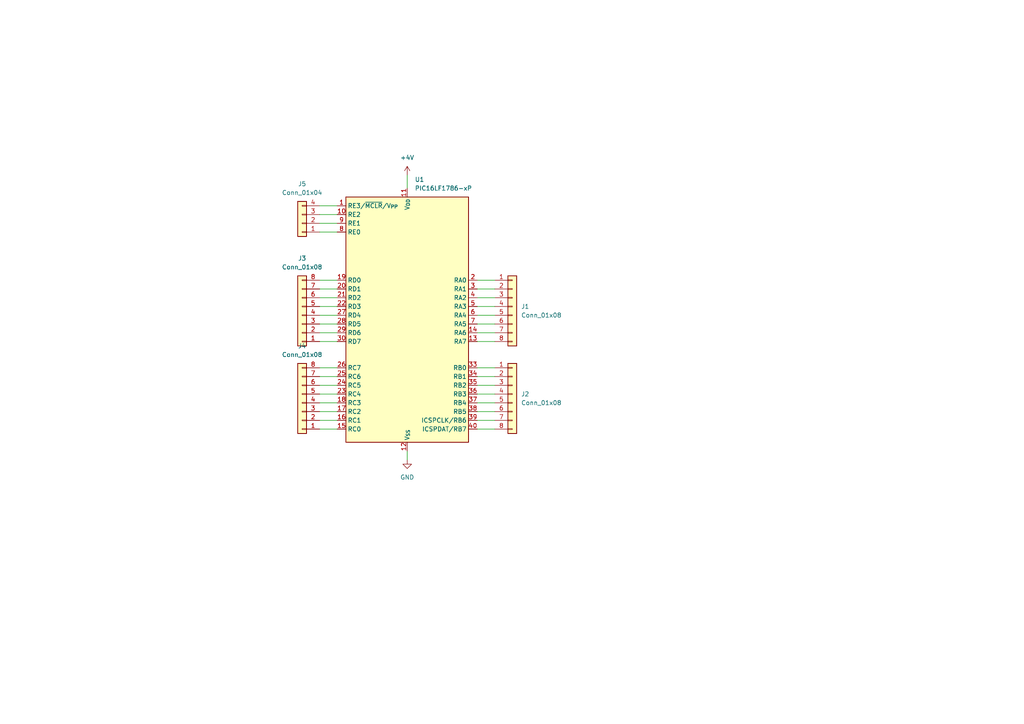
<source format=kicad_sch>
(kicad_sch (version 20230121) (generator eeschema)

  (uuid d3583dd7-d90c-4022-b870-312ed04a10ad)

  (paper "A4")

  (lib_symbols
    (symbol "Connector_Generic:Conn_01x04" (pin_names (offset 1.016) hide) (in_bom yes) (on_board yes)
      (property "Reference" "J" (at 0 5.08 0)
        (effects (font (size 1.27 1.27)))
      )
      (property "Value" "Conn_01x04" (at 0 -7.62 0)
        (effects (font (size 1.27 1.27)))
      )
      (property "Footprint" "" (at 0 0 0)
        (effects (font (size 1.27 1.27)) hide)
      )
      (property "Datasheet" "~" (at 0 0 0)
        (effects (font (size 1.27 1.27)) hide)
      )
      (property "ki_keywords" "connector" (at 0 0 0)
        (effects (font (size 1.27 1.27)) hide)
      )
      (property "ki_description" "Generic connector, single row, 01x04, script generated (kicad-library-utils/schlib/autogen/connector/)" (at 0 0 0)
        (effects (font (size 1.27 1.27)) hide)
      )
      (property "ki_fp_filters" "Connector*:*_1x??_*" (at 0 0 0)
        (effects (font (size 1.27 1.27)) hide)
      )
      (symbol "Conn_01x04_1_1"
        (rectangle (start -1.27 -4.953) (end 0 -5.207)
          (stroke (width 0.1524) (type default))
          (fill (type none))
        )
        (rectangle (start -1.27 -2.413) (end 0 -2.667)
          (stroke (width 0.1524) (type default))
          (fill (type none))
        )
        (rectangle (start -1.27 0.127) (end 0 -0.127)
          (stroke (width 0.1524) (type default))
          (fill (type none))
        )
        (rectangle (start -1.27 2.667) (end 0 2.413)
          (stroke (width 0.1524) (type default))
          (fill (type none))
        )
        (rectangle (start -1.27 3.81) (end 1.27 -6.35)
          (stroke (width 0.254) (type default))
          (fill (type background))
        )
        (pin passive line (at -5.08 2.54 0) (length 3.81)
          (name "Pin_1" (effects (font (size 1.27 1.27))))
          (number "1" (effects (font (size 1.27 1.27))))
        )
        (pin passive line (at -5.08 0 0) (length 3.81)
          (name "Pin_2" (effects (font (size 1.27 1.27))))
          (number "2" (effects (font (size 1.27 1.27))))
        )
        (pin passive line (at -5.08 -2.54 0) (length 3.81)
          (name "Pin_3" (effects (font (size 1.27 1.27))))
          (number "3" (effects (font (size 1.27 1.27))))
        )
        (pin passive line (at -5.08 -5.08 0) (length 3.81)
          (name "Pin_4" (effects (font (size 1.27 1.27))))
          (number "4" (effects (font (size 1.27 1.27))))
        )
      )
    )
    (symbol "Connector_Generic:Conn_01x08" (pin_names (offset 1.016) hide) (in_bom yes) (on_board yes)
      (property "Reference" "J" (at 0 10.16 0)
        (effects (font (size 1.27 1.27)))
      )
      (property "Value" "Conn_01x08" (at 0 -12.7 0)
        (effects (font (size 1.27 1.27)))
      )
      (property "Footprint" "" (at 0 0 0)
        (effects (font (size 1.27 1.27)) hide)
      )
      (property "Datasheet" "~" (at 0 0 0)
        (effects (font (size 1.27 1.27)) hide)
      )
      (property "ki_keywords" "connector" (at 0 0 0)
        (effects (font (size 1.27 1.27)) hide)
      )
      (property "ki_description" "Generic connector, single row, 01x08, script generated (kicad-library-utils/schlib/autogen/connector/)" (at 0 0 0)
        (effects (font (size 1.27 1.27)) hide)
      )
      (property "ki_fp_filters" "Connector*:*_1x??_*" (at 0 0 0)
        (effects (font (size 1.27 1.27)) hide)
      )
      (symbol "Conn_01x08_1_1"
        (rectangle (start -1.27 -10.033) (end 0 -10.287)
          (stroke (width 0.1524) (type default))
          (fill (type none))
        )
        (rectangle (start -1.27 -7.493) (end 0 -7.747)
          (stroke (width 0.1524) (type default))
          (fill (type none))
        )
        (rectangle (start -1.27 -4.953) (end 0 -5.207)
          (stroke (width 0.1524) (type default))
          (fill (type none))
        )
        (rectangle (start -1.27 -2.413) (end 0 -2.667)
          (stroke (width 0.1524) (type default))
          (fill (type none))
        )
        (rectangle (start -1.27 0.127) (end 0 -0.127)
          (stroke (width 0.1524) (type default))
          (fill (type none))
        )
        (rectangle (start -1.27 2.667) (end 0 2.413)
          (stroke (width 0.1524) (type default))
          (fill (type none))
        )
        (rectangle (start -1.27 5.207) (end 0 4.953)
          (stroke (width 0.1524) (type default))
          (fill (type none))
        )
        (rectangle (start -1.27 7.747) (end 0 7.493)
          (stroke (width 0.1524) (type default))
          (fill (type none))
        )
        (rectangle (start -1.27 8.89) (end 1.27 -11.43)
          (stroke (width 0.254) (type default))
          (fill (type background))
        )
        (pin passive line (at -5.08 7.62 0) (length 3.81)
          (name "Pin_1" (effects (font (size 1.27 1.27))))
          (number "1" (effects (font (size 1.27 1.27))))
        )
        (pin passive line (at -5.08 5.08 0) (length 3.81)
          (name "Pin_2" (effects (font (size 1.27 1.27))))
          (number "2" (effects (font (size 1.27 1.27))))
        )
        (pin passive line (at -5.08 2.54 0) (length 3.81)
          (name "Pin_3" (effects (font (size 1.27 1.27))))
          (number "3" (effects (font (size 1.27 1.27))))
        )
        (pin passive line (at -5.08 0 0) (length 3.81)
          (name "Pin_4" (effects (font (size 1.27 1.27))))
          (number "4" (effects (font (size 1.27 1.27))))
        )
        (pin passive line (at -5.08 -2.54 0) (length 3.81)
          (name "Pin_5" (effects (font (size 1.27 1.27))))
          (number "5" (effects (font (size 1.27 1.27))))
        )
        (pin passive line (at -5.08 -5.08 0) (length 3.81)
          (name "Pin_6" (effects (font (size 1.27 1.27))))
          (number "6" (effects (font (size 1.27 1.27))))
        )
        (pin passive line (at -5.08 -7.62 0) (length 3.81)
          (name "Pin_7" (effects (font (size 1.27 1.27))))
          (number "7" (effects (font (size 1.27 1.27))))
        )
        (pin passive line (at -5.08 -10.16 0) (length 3.81)
          (name "Pin_8" (effects (font (size 1.27 1.27))))
          (number "8" (effects (font (size 1.27 1.27))))
        )
      )
    )
    (symbol "MCU_Microchip_PIC16:PIC16LF1786-xP" (in_bom yes) (on_board yes)
      (property "Reference" "U1" (at 2.1941 40.64 0)
        (effects (font (size 1.27 1.27)) (justify left))
      )
      (property "Value" "PIC16LF1786-xP" (at 2.1941 38.1 0)
        (effects (font (size 1.27 1.27)) (justify left))
      )
      (property "Footprint" "Package_DIP:DIP-40_W15.24mm" (at 0 -38.354 0)
        (effects (font (size 1.27 1.27) italic) hide)
      )
      (property "Datasheet" "http://ww1.microchip.com/downloads/en/DeviceDoc/40001637C.pdf" (at 0 -34.0106 0)
        (effects (font (size 1.27 1.27)) hide)
      )
      (property "ki_keywords" "FLASH-Based 8-Bit CMOS Microcontroller XLP" (at 0 0 0)
        (effects (font (size 1.27 1.27)) hide)
      )
      (property "ki_description" "8-bit Flash MCU, 32MHz, 16KB Flash, 1KB RAM, 256B EEPROM, PDIP-40" (at 0 0 0)
        (effects (font (size 1.27 1.27)) hide)
      )
      (property "ki_fp_filters" "DIP*W15.24mm*" (at 0 0 0)
        (effects (font (size 1.27 1.27)) hide)
      )
      (symbol "PIC16LF1786-xP_0_1"
        (rectangle (start -17.78 35.56) (end 17.78 -35.56)
          (stroke (width 0.254) (type default))
          (fill (type background))
        )
      )
      (symbol "PIC16LF1786-xP_1_1"
        (pin input line (at -20.32 33.02 0) (length 2.54)
          (name "RE3/~{MCLR}/V_{PP}" (effects (font (size 1.27 1.27))))
          (number "1" (effects (font (size 1.27 1.27))))
        )
        (pin bidirectional line (at -20.32 30.48 0) (length 2.54)
          (name "RE2" (effects (font (size 1.27 1.27))))
          (number "10" (effects (font (size 1.27 1.27))))
        )
        (pin power_in line (at 0 38.1 270) (length 2.54)
          (name "V_{DD}" (effects (font (size 1.27 1.27))))
          (number "11" (effects (font (size 1.27 1.27))))
        )
        (pin power_in line (at 0 -38.1 90) (length 2.54)
          (name "V_{SS}" (effects (font (size 1.27 1.27))))
          (number "12" (effects (font (size 1.27 1.27))))
        )
        (pin bidirectional line (at 20.32 -6.35 180) (length 2.54)
          (name "RA7" (effects (font (size 1.27 1.27))))
          (number "13" (effects (font (size 1.27 1.27))))
        )
        (pin bidirectional line (at 20.32 -3.81 180) (length 2.54)
          (name "RA6" (effects (font (size 1.27 1.27))))
          (number "14" (effects (font (size 1.27 1.27))))
        )
        (pin bidirectional line (at -20.32 -31.75 0) (length 2.54)
          (name "RC0" (effects (font (size 1.27 1.27))))
          (number "15" (effects (font (size 1.27 1.27))))
        )
        (pin bidirectional line (at -20.32 -29.21 0) (length 2.54)
          (name "RC1" (effects (font (size 1.27 1.27))))
          (number "16" (effects (font (size 1.27 1.27))))
        )
        (pin bidirectional line (at -20.32 -26.67 0) (length 2.54)
          (name "RC2" (effects (font (size 1.27 1.27))))
          (number "17" (effects (font (size 1.27 1.27))))
        )
        (pin bidirectional line (at -20.32 -24.13 0) (length 2.54)
          (name "RC3" (effects (font (size 1.27 1.27))))
          (number "18" (effects (font (size 1.27 1.27))))
        )
        (pin bidirectional line (at -20.32 11.43 0) (length 2.54)
          (name "RD0" (effects (font (size 1.27 1.27))))
          (number "19" (effects (font (size 1.27 1.27))))
        )
        (pin bidirectional line (at 20.32 11.43 180) (length 2.54)
          (name "RA0" (effects (font (size 1.27 1.27))))
          (number "2" (effects (font (size 1.27 1.27))))
        )
        (pin bidirectional line (at -20.32 8.89 0) (length 2.54)
          (name "RD1" (effects (font (size 1.27 1.27))))
          (number "20" (effects (font (size 1.27 1.27))))
        )
        (pin bidirectional line (at -20.32 6.35 0) (length 2.54)
          (name "RD2" (effects (font (size 1.27 1.27))))
          (number "21" (effects (font (size 1.27 1.27))))
        )
        (pin bidirectional line (at -20.32 3.81 0) (length 2.54)
          (name "RD3" (effects (font (size 1.27 1.27))))
          (number "22" (effects (font (size 1.27 1.27))))
        )
        (pin bidirectional line (at -20.32 -21.59 0) (length 2.54)
          (name "RC4" (effects (font (size 1.27 1.27))))
          (number "23" (effects (font (size 1.27 1.27))))
        )
        (pin bidirectional line (at -20.32 -19.05 0) (length 2.54)
          (name "RC5" (effects (font (size 1.27 1.27))))
          (number "24" (effects (font (size 1.27 1.27))))
        )
        (pin bidirectional line (at -20.32 -16.51 0) (length 2.54)
          (name "RC6" (effects (font (size 1.27 1.27))))
          (number "25" (effects (font (size 1.27 1.27))))
        )
        (pin bidirectional line (at -20.32 -13.97 0) (length 2.54)
          (name "RC7" (effects (font (size 1.27 1.27))))
          (number "26" (effects (font (size 1.27 1.27))))
        )
        (pin bidirectional line (at -20.32 1.27 0) (length 2.54)
          (name "RD4" (effects (font (size 1.27 1.27))))
          (number "27" (effects (font (size 1.27 1.27))))
        )
        (pin bidirectional line (at -20.32 -1.27 0) (length 2.54)
          (name "RD5" (effects (font (size 1.27 1.27))))
          (number "28" (effects (font (size 1.27 1.27))))
        )
        (pin bidirectional line (at -20.32 -3.81 0) (length 2.54)
          (name "RD6" (effects (font (size 1.27 1.27))))
          (number "29" (effects (font (size 1.27 1.27))))
        )
        (pin bidirectional line (at 20.32 8.89 180) (length 2.54)
          (name "RA1" (effects (font (size 1.27 1.27))))
          (number "3" (effects (font (size 1.27 1.27))))
        )
        (pin bidirectional line (at -20.32 -6.35 0) (length 2.54)
          (name "RD7" (effects (font (size 1.27 1.27))))
          (number "30" (effects (font (size 1.27 1.27))))
        )
        (pin passive line (at 0 -38.1 90) (length 2.54) hide
          (name "V_{SS}" (effects (font (size 1.27 1.27))))
          (number "31" (effects (font (size 1.27 1.27))))
        )
        (pin passive line (at 0 38.1 270) (length 2.54) hide
          (name "V_{DD}" (effects (font (size 1.27 1.27))))
          (number "32" (effects (font (size 1.27 1.27))))
        )
        (pin bidirectional line (at 20.32 -13.97 180) (length 2.54)
          (name "RB0" (effects (font (size 1.27 1.27))))
          (number "33" (effects (font (size 1.27 1.27))))
        )
        (pin bidirectional line (at 20.32 -16.51 180) (length 2.54)
          (name "RB1" (effects (font (size 1.27 1.27))))
          (number "34" (effects (font (size 1.27 1.27))))
        )
        (pin bidirectional line (at 20.32 -19.05 180) (length 2.54)
          (name "RB2" (effects (font (size 1.27 1.27))))
          (number "35" (effects (font (size 1.27 1.27))))
        )
        (pin bidirectional line (at 20.32 -21.59 180) (length 2.54)
          (name "RB3" (effects (font (size 1.27 1.27))))
          (number "36" (effects (font (size 1.27 1.27))))
        )
        (pin bidirectional line (at 20.32 -24.13 180) (length 2.54)
          (name "RB4" (effects (font (size 1.27 1.27))))
          (number "37" (effects (font (size 1.27 1.27))))
        )
        (pin bidirectional line (at 20.32 -26.67 180) (length 2.54)
          (name "RB5" (effects (font (size 1.27 1.27))))
          (number "38" (effects (font (size 1.27 1.27))))
        )
        (pin bidirectional line (at 20.32 -29.21 180) (length 2.54)
          (name "ICSPCLK/RB6" (effects (font (size 1.27 1.27))))
          (number "39" (effects (font (size 1.27 1.27))))
        )
        (pin bidirectional line (at 20.32 6.35 180) (length 2.54)
          (name "RA2" (effects (font (size 1.27 1.27))))
          (number "4" (effects (font (size 1.27 1.27))))
        )
        (pin bidirectional line (at 20.32 -31.75 180) (length 2.54)
          (name "ICSPDAT/RB7" (effects (font (size 1.27 1.27))))
          (number "40" (effects (font (size 1.27 1.27))))
        )
        (pin bidirectional line (at 20.32 3.81 180) (length 2.54)
          (name "RA3" (effects (font (size 1.27 1.27))))
          (number "5" (effects (font (size 1.27 1.27))))
        )
        (pin bidirectional line (at 20.32 1.27 180) (length 2.54)
          (name "RA4" (effects (font (size 1.27 1.27))))
          (number "6" (effects (font (size 1.27 1.27))))
        )
        (pin bidirectional line (at 20.32 -1.27 180) (length 2.54)
          (name "RA5" (effects (font (size 1.27 1.27))))
          (number "7" (effects (font (size 1.27 1.27))))
        )
        (pin bidirectional line (at -20.32 25.4 0) (length 2.54)
          (name "RE0" (effects (font (size 1.27 1.27))))
          (number "8" (effects (font (size 1.27 1.27))))
        )
        (pin bidirectional line (at -20.32 27.94 0) (length 2.54)
          (name "RE1" (effects (font (size 1.27 1.27))))
          (number "9" (effects (font (size 1.27 1.27))))
        )
      )
    )
    (symbol "power:+4V" (power) (pin_names (offset 0)) (in_bom yes) (on_board yes)
      (property "Reference" "#PWR" (at 0 -3.81 0)
        (effects (font (size 1.27 1.27)) hide)
      )
      (property "Value" "+4V" (at 0 3.556 0)
        (effects (font (size 1.27 1.27)))
      )
      (property "Footprint" "" (at 0 0 0)
        (effects (font (size 1.27 1.27)) hide)
      )
      (property "Datasheet" "" (at 0 0 0)
        (effects (font (size 1.27 1.27)) hide)
      )
      (property "ki_keywords" "global power" (at 0 0 0)
        (effects (font (size 1.27 1.27)) hide)
      )
      (property "ki_description" "Power symbol creates a global label with name \"+4V\"" (at 0 0 0)
        (effects (font (size 1.27 1.27)) hide)
      )
      (symbol "+4V_0_1"
        (polyline
          (pts
            (xy -0.762 1.27)
            (xy 0 2.54)
          )
          (stroke (width 0) (type default))
          (fill (type none))
        )
        (polyline
          (pts
            (xy 0 0)
            (xy 0 2.54)
          )
          (stroke (width 0) (type default))
          (fill (type none))
        )
        (polyline
          (pts
            (xy 0 2.54)
            (xy 0.762 1.27)
          )
          (stroke (width 0) (type default))
          (fill (type none))
        )
      )
      (symbol "+4V_1_1"
        (pin power_in line (at 0 0 90) (length 0) hide
          (name "+4V" (effects (font (size 1.27 1.27))))
          (number "1" (effects (font (size 1.27 1.27))))
        )
      )
    )
    (symbol "power:GND" (power) (pin_names (offset 0)) (in_bom yes) (on_board yes)
      (property "Reference" "#PWR" (at 0 -6.35 0)
        (effects (font (size 1.27 1.27)) hide)
      )
      (property "Value" "GND" (at 0 -3.81 0)
        (effects (font (size 1.27 1.27)))
      )
      (property "Footprint" "" (at 0 0 0)
        (effects (font (size 1.27 1.27)) hide)
      )
      (property "Datasheet" "" (at 0 0 0)
        (effects (font (size 1.27 1.27)) hide)
      )
      (property "ki_keywords" "global power" (at 0 0 0)
        (effects (font (size 1.27 1.27)) hide)
      )
      (property "ki_description" "Power symbol creates a global label with name \"GND\" , ground" (at 0 0 0)
        (effects (font (size 1.27 1.27)) hide)
      )
      (symbol "GND_0_1"
        (polyline
          (pts
            (xy 0 0)
            (xy 0 -1.27)
            (xy 1.27 -1.27)
            (xy 0 -2.54)
            (xy -1.27 -1.27)
            (xy 0 -1.27)
          )
          (stroke (width 0) (type default))
          (fill (type none))
        )
      )
      (symbol "GND_1_1"
        (pin power_in line (at 0 0 270) (length 0) hide
          (name "GND" (effects (font (size 1.27 1.27))))
          (number "1" (effects (font (size 1.27 1.27))))
        )
      )
    )
  )


  (wire (pts (xy 138.43 96.52) (xy 143.51 96.52))
    (stroke (width 0) (type default))
    (uuid 0160fca7-9fed-443a-b312-aa51fdeb7378)
  )
  (wire (pts (xy 92.71 114.3) (xy 97.79 114.3))
    (stroke (width 0) (type default))
    (uuid 0a4742c0-711e-462e-a03f-7a1d5a7b5ec1)
  )
  (wire (pts (xy 92.71 111.76) (xy 97.79 111.76))
    (stroke (width 0) (type default))
    (uuid 20b9b40e-34bf-477c-b739-14e1bdad4b35)
  )
  (wire (pts (xy 92.71 124.46) (xy 97.79 124.46))
    (stroke (width 0) (type default))
    (uuid 21e72555-8c05-4f85-b6fd-04c5974ac8e7)
  )
  (wire (pts (xy 138.43 99.06) (xy 143.51 99.06))
    (stroke (width 0) (type default))
    (uuid 259bc246-e779-4ffc-b528-90dbcf4c66ff)
  )
  (wire (pts (xy 92.71 93.98) (xy 97.79 93.98))
    (stroke (width 0) (type default))
    (uuid 2af5dd44-bc20-43b0-8c2e-7e2e12d0d7aa)
  )
  (wire (pts (xy 138.43 121.92) (xy 143.51 121.92))
    (stroke (width 0) (type default))
    (uuid 30dc3ed7-7e68-4286-981a-8b8494ffdb57)
  )
  (wire (pts (xy 138.43 124.46) (xy 143.51 124.46))
    (stroke (width 0) (type default))
    (uuid 425dae04-d123-4262-ba90-29fb021ef06d)
  )
  (wire (pts (xy 92.71 81.28) (xy 97.79 81.28))
    (stroke (width 0) (type default))
    (uuid 45e23dc6-fa47-424d-8c72-36a127545f41)
  )
  (wire (pts (xy 92.71 67.31) (xy 97.79 67.31))
    (stroke (width 0) (type default))
    (uuid 488ecb48-0a59-48c4-a370-81833185e9de)
  )
  (wire (pts (xy 92.71 83.82) (xy 97.79 83.82))
    (stroke (width 0) (type default))
    (uuid 509511de-b444-470c-86b5-253b18faa235)
  )
  (wire (pts (xy 138.43 88.9) (xy 143.51 88.9))
    (stroke (width 0) (type default))
    (uuid 51cf53bd-9468-42fb-894b-19b0878184ca)
  )
  (wire (pts (xy 92.71 91.44) (xy 97.79 91.44))
    (stroke (width 0) (type default))
    (uuid 56b0f5ec-1e15-49c7-b72b-e95c7e90ce77)
  )
  (wire (pts (xy 138.43 83.82) (xy 143.51 83.82))
    (stroke (width 0) (type default))
    (uuid 6673cc76-4d0c-4af2-98a9-f76d72855f74)
  )
  (wire (pts (xy 92.71 119.38) (xy 97.79 119.38))
    (stroke (width 0) (type default))
    (uuid 6b270700-bf4f-4f75-9cc3-17997aa0c735)
  )
  (wire (pts (xy 138.43 81.28) (xy 143.51 81.28))
    (stroke (width 0) (type default))
    (uuid 7148fcce-80f7-48b6-b603-83ab67ec1bc6)
  )
  (wire (pts (xy 118.11 130.81) (xy 118.11 133.35))
    (stroke (width 0) (type default))
    (uuid 81d2c30b-d184-4ad3-ba64-1bb899b1b94a)
  )
  (wire (pts (xy 92.71 109.22) (xy 97.79 109.22))
    (stroke (width 0) (type default))
    (uuid 91005bd3-8812-4bb3-9eee-7b1ab011af57)
  )
  (wire (pts (xy 118.11 50.8) (xy 118.11 54.61))
    (stroke (width 0) (type default))
    (uuid 96c114cd-5a73-4473-9f90-f158c3e98b71)
  )
  (wire (pts (xy 92.71 59.69) (xy 97.79 59.69))
    (stroke (width 0) (type default))
    (uuid 9ca7d73b-e150-40b3-85d8-a2dbd36b4994)
  )
  (wire (pts (xy 92.71 99.06) (xy 97.79 99.06))
    (stroke (width 0) (type default))
    (uuid a32e1205-75e0-4838-b84d-b613cda99599)
  )
  (wire (pts (xy 138.43 114.3) (xy 143.51 114.3))
    (stroke (width 0) (type default))
    (uuid a5065383-224e-4a41-910e-a5ab92fd66a8)
  )
  (wire (pts (xy 138.43 93.98) (xy 143.51 93.98))
    (stroke (width 0) (type default))
    (uuid a630db16-c07e-4379-b936-bf56f5e398d4)
  )
  (wire (pts (xy 138.43 91.44) (xy 143.51 91.44))
    (stroke (width 0) (type default))
    (uuid a8442dd5-8f41-4130-8fcf-13c95e9f7f75)
  )
  (wire (pts (xy 92.71 121.92) (xy 97.79 121.92))
    (stroke (width 0) (type default))
    (uuid a940e49c-b873-4098-82d9-6d6860684b81)
  )
  (wire (pts (xy 138.43 106.68) (xy 143.51 106.68))
    (stroke (width 0) (type default))
    (uuid a9d62507-988f-4d74-8602-ebeb641bb2db)
  )
  (wire (pts (xy 92.71 106.68) (xy 97.79 106.68))
    (stroke (width 0) (type default))
    (uuid aad737d5-966e-43ee-8f42-2107cb2dd89a)
  )
  (wire (pts (xy 138.43 116.84) (xy 143.51 116.84))
    (stroke (width 0) (type default))
    (uuid ab1c7932-94be-456f-94d3-a16666027acc)
  )
  (wire (pts (xy 138.43 119.38) (xy 143.51 119.38))
    (stroke (width 0) (type default))
    (uuid b361d7cc-14f7-456e-bc81-3e3cb15dd855)
  )
  (wire (pts (xy 138.43 111.76) (xy 143.51 111.76))
    (stroke (width 0) (type default))
    (uuid b946a88f-d6b4-469c-b0ad-b22d5161d267)
  )
  (wire (pts (xy 92.71 96.52) (xy 97.79 96.52))
    (stroke (width 0) (type default))
    (uuid c2f78885-ac5f-43da-9459-3f1d5f74e0d8)
  )
  (wire (pts (xy 92.71 62.23) (xy 97.79 62.23))
    (stroke (width 0) (type default))
    (uuid d61bec9a-7eb1-4c73-997e-e0fb525209b7)
  )
  (wire (pts (xy 138.43 86.36) (xy 143.51 86.36))
    (stroke (width 0) (type default))
    (uuid e28cfe71-047a-411b-b87b-4e57735fddbf)
  )
  (wire (pts (xy 92.71 64.77) (xy 97.79 64.77))
    (stroke (width 0) (type default))
    (uuid e37502f7-a894-4da0-8a05-f5f84c667d62)
  )
  (wire (pts (xy 92.71 86.36) (xy 97.79 86.36))
    (stroke (width 0) (type default))
    (uuid e6319084-3afe-4e5b-b8d5-a79ac1b5dcd1)
  )
  (wire (pts (xy 92.71 88.9) (xy 97.79 88.9))
    (stroke (width 0) (type default))
    (uuid e7d971db-0aab-4b59-b6e9-fb066829f6a7)
  )
  (wire (pts (xy 92.71 116.84) (xy 97.79 116.84))
    (stroke (width 0) (type default))
    (uuid e96d671c-2701-4198-97aa-39a7a974bb1b)
  )
  (wire (pts (xy 138.43 109.22) (xy 143.51 109.22))
    (stroke (width 0) (type default))
    (uuid f86e7bb5-e835-493e-bffe-cf519223b331)
  )

  (symbol (lib_id "MCU_Microchip_PIC16:PIC16LF1786-xP") (at 118.11 92.71 0) (unit 1)
    (in_bom yes) (on_board yes) (dnp no) (fields_autoplaced)
    (uuid 292e94e0-e2d6-4269-acd3-6217f838daeb)
    (property "Reference" "U1" (at 120.3041 52.07 0)
      (effects (font (size 1.27 1.27)) (justify left))
    )
    (property "Value" "PIC16LF1786-xP" (at 120.3041 54.61 0)
      (effects (font (size 1.27 1.27)) (justify left))
    )
    (property "Footprint" "Package_DIP:DIP-40_W15.24mm" (at 118.11 131.064 0)
      (effects (font (size 1.27 1.27) italic) hide)
    )
    (property "Datasheet" "http://ww1.microchip.com/downloads/en/DeviceDoc/40001637C.pdf" (at 118.11 126.7206 0)
      (effects (font (size 1.27 1.27)) hide)
    )
    (pin "1" (uuid f87a52d0-6ac0-4dc7-a048-d6b17bfe23de))
    (pin "10" (uuid 14d5d7f3-a293-4bb4-8555-1a6a5b64d210))
    (pin "11" (uuid a4f26fc5-04ec-4f13-a348-f371e317d294))
    (pin "12" (uuid 4d133d31-8a20-4764-b336-a32c82376243))
    (pin "13" (uuid 4755ac06-9e7e-441f-822a-00a012cf1111))
    (pin "14" (uuid df307b66-da4e-45a3-9c2a-9684581a992b))
    (pin "15" (uuid 87f26ed0-0fd0-4848-934d-c201d4db3a8f))
    (pin "16" (uuid 9c099990-a2ce-4a92-89e7-8607562158a8))
    (pin "17" (uuid babd0297-9a18-40cd-be19-21026b823107))
    (pin "18" (uuid 46d4659f-31f3-4a29-9fbc-0e4b603976a2))
    (pin "19" (uuid e41850f6-0f7f-49ff-859f-00ab728dcb1b))
    (pin "2" (uuid ab956a75-57f1-4c7c-b566-3835f2d34c57))
    (pin "20" (uuid 2c72c89a-5295-4eb7-9591-2faaeda904f1))
    (pin "21" (uuid 6f937482-fd49-4a05-a040-977a81b12b6f))
    (pin "22" (uuid 6d9319c1-7bf6-42c0-845a-958efaacd592))
    (pin "23" (uuid 64bd8395-2642-4cce-ad08-671a5ffb71a8))
    (pin "24" (uuid 4551c23b-df74-452a-8124-afcc552c148e))
    (pin "25" (uuid 46560271-e4c7-476f-b388-73c83be219e0))
    (pin "26" (uuid 4ef2ca69-2616-4ac6-817c-4c563c674924))
    (pin "27" (uuid 7310c39b-3786-407d-aa06-cabbc101edf4))
    (pin "28" (uuid 8ab5f126-b063-4f84-9be7-0b570fc94a43))
    (pin "29" (uuid 77a6d132-06de-4f0e-bb52-c81183e8465a))
    (pin "3" (uuid d32d5bfe-25ee-47d1-af8d-3d8d9072ce68))
    (pin "30" (uuid 03a7630b-8131-4bf9-8e85-e5d91922248b))
    (pin "31" (uuid a35aa811-193a-41b0-902e-7d8117a70c39))
    (pin "32" (uuid 7042bad0-38d1-44bf-b013-17676ce91528))
    (pin "33" (uuid 68faebc8-b61d-4529-8888-eccc207ce1e4))
    (pin "34" (uuid ad59170b-fdcc-4c63-b5ab-80e773fcc207))
    (pin "35" (uuid e791308b-6c72-4ebe-a16c-adef261d922d))
    (pin "36" (uuid f619a58f-0d99-4900-810d-162dbe7f3fa7))
    (pin "37" (uuid d1d33da3-581d-43f8-9fa1-efd4cc67ff49))
    (pin "38" (uuid 325d4553-9127-4064-8483-777060fa83eb))
    (pin "39" (uuid 4846a3a4-b9dd-4106-a1b7-80c46a2b8d78))
    (pin "4" (uuid 709586e2-71d7-4423-8c5c-4c5a2d2d87c7))
    (pin "40" (uuid 3e3071a1-114e-4da3-9fe9-eeb8a1195b5a))
    (pin "5" (uuid c0dcd0c6-4220-4265-95f9-3b1e674d6317))
    (pin "6" (uuid f65562e6-ad12-42a4-987f-986bd0faefe3))
    (pin "7" (uuid 8a1458d9-ab56-4682-94e3-d3b7f9dca164))
    (pin "8" (uuid f1a0f357-6b56-40b9-90d2-de88d1020c4b))
    (pin "9" (uuid 12569ab7-0861-4f08-adc0-4abd611e868d))
    (instances
      (project "MCU Embedded PCB"
        (path "/d3583dd7-d90c-4022-b870-312ed04a10ad"
          (reference "U1") (unit 1)
        )
      )
    )
  )

  (symbol (lib_id "Connector_Generic:Conn_01x08") (at 148.59 114.3 0) (unit 1)
    (in_bom yes) (on_board yes) (dnp no) (fields_autoplaced)
    (uuid 319ab131-a048-4a22-9b0e-49321e3feb7c)
    (property "Reference" "J2" (at 151.13 114.3 0)
      (effects (font (size 1.27 1.27)) (justify left))
    )
    (property "Value" "Conn_01x08" (at 151.13 116.84 0)
      (effects (font (size 1.27 1.27)) (justify left))
    )
    (property "Footprint" "" (at 148.59 114.3 0)
      (effects (font (size 1.27 1.27)) hide)
    )
    (property "Datasheet" "~" (at 148.59 114.3 0)
      (effects (font (size 1.27 1.27)) hide)
    )
    (pin "1" (uuid 190d5810-5e6b-4a67-9cf7-14a49e4e4d6e))
    (pin "2" (uuid 024d44ea-f033-4d89-a149-40aea210a02e))
    (pin "3" (uuid cc8743d6-a6a5-4128-a8f8-ec275cad8b04))
    (pin "4" (uuid a678a5bb-0d7d-41b9-a947-f8447447f23c))
    (pin "5" (uuid 7a73410f-8e89-427a-89b0-a483cd5baef8))
    (pin "6" (uuid 08884f6e-0798-41dd-90dc-a12a8c951726))
    (pin "7" (uuid 84f55de4-ec37-462b-b1eb-8201862f197c))
    (pin "8" (uuid 86d13107-1cf7-4023-8e95-b3b8cc50c073))
    (instances
      (project "MCU Embedded PCB"
        (path "/d3583dd7-d90c-4022-b870-312ed04a10ad"
          (reference "J2") (unit 1)
        )
      )
    )
  )

  (symbol (lib_id "Connector_Generic:Conn_01x08") (at 87.63 91.44 180) (unit 1)
    (in_bom yes) (on_board yes) (dnp no) (fields_autoplaced)
    (uuid 50d1a293-1378-4bf6-9b15-c03919a01018)
    (property "Reference" "J3" (at 87.63 74.93 0)
      (effects (font (size 1.27 1.27)))
    )
    (property "Value" "Conn_01x08" (at 87.63 77.47 0)
      (effects (font (size 1.27 1.27)))
    )
    (property "Footprint" "" (at 87.63 91.44 0)
      (effects (font (size 1.27 1.27)) hide)
    )
    (property "Datasheet" "~" (at 87.63 91.44 0)
      (effects (font (size 1.27 1.27)) hide)
    )
    (pin "1" (uuid 3e95f301-ad0c-4f8a-9c70-1417c3a5f9b1))
    (pin "2" (uuid 8358b3eb-5212-4c9f-9853-d40b4318c05b))
    (pin "3" (uuid 390fee20-db93-4653-a533-7e3a74719e4f))
    (pin "4" (uuid 35c0a289-481b-4620-8dc6-f294fcf0d26a))
    (pin "5" (uuid 611c36fe-485c-4fa3-a941-27f342b79cf4))
    (pin "6" (uuid d9ed1800-eac6-4b7c-b567-e6d9913d6b07))
    (pin "7" (uuid 6ca14e3b-c647-431c-a779-4eabfa6444b5))
    (pin "8" (uuid 19a5dcc0-42bb-4b2f-9ad4-02c9601d3e01))
    (instances
      (project "MCU Embedded PCB"
        (path "/d3583dd7-d90c-4022-b870-312ed04a10ad"
          (reference "J3") (unit 1)
        )
      )
    )
  )

  (symbol (lib_id "Connector_Generic:Conn_01x04") (at 87.63 64.77 180) (unit 1)
    (in_bom yes) (on_board yes) (dnp no) (fields_autoplaced)
    (uuid 6f81869c-b17b-48d7-8f61-bd39a40f027d)
    (property "Reference" "J5" (at 87.63 53.34 0)
      (effects (font (size 1.27 1.27)))
    )
    (property "Value" "Conn_01x04" (at 87.63 55.88 0)
      (effects (font (size 1.27 1.27)))
    )
    (property "Footprint" "" (at 87.63 64.77 0)
      (effects (font (size 1.27 1.27)) hide)
    )
    (property "Datasheet" "~" (at 87.63 64.77 0)
      (effects (font (size 1.27 1.27)) hide)
    )
    (pin "1" (uuid f4a385a1-207a-4a26-9c18-2942ad2512ca))
    (pin "2" (uuid 7c53aa01-7f5d-4843-b3ca-b892275454e7))
    (pin "3" (uuid 04d44fc9-517f-4c71-8d28-f56a778ce643))
    (pin "4" (uuid 7614f526-2f2b-4d62-aae5-82e19cfaeb3b))
    (instances
      (project "MCU Embedded PCB"
        (path "/d3583dd7-d90c-4022-b870-312ed04a10ad"
          (reference "J5") (unit 1)
        )
      )
    )
  )

  (symbol (lib_id "power:+4V") (at 118.11 50.8 0) (unit 1)
    (in_bom yes) (on_board yes) (dnp no) (fields_autoplaced)
    (uuid 9cd34801-0b8c-4176-b1ba-a1bb9c3be796)
    (property "Reference" "#PWR02" (at 118.11 54.61 0)
      (effects (font (size 1.27 1.27)) hide)
    )
    (property "Value" "+4V" (at 118.11 45.72 0)
      (effects (font (size 1.27 1.27)))
    )
    (property "Footprint" "" (at 118.11 50.8 0)
      (effects (font (size 1.27 1.27)) hide)
    )
    (property "Datasheet" "" (at 118.11 50.8 0)
      (effects (font (size 1.27 1.27)) hide)
    )
    (pin "1" (uuid c8a0f03f-8938-4ab2-8f59-59f8392bf884))
    (instances
      (project "MCU Embedded PCB"
        (path "/d3583dd7-d90c-4022-b870-312ed04a10ad"
          (reference "#PWR02") (unit 1)
        )
      )
    )
  )

  (symbol (lib_id "power:GND") (at 118.11 133.35 0) (unit 1)
    (in_bom yes) (on_board yes) (dnp no) (fields_autoplaced)
    (uuid a67c68d7-4666-44a5-932d-b22d0cf7bed8)
    (property "Reference" "#PWR01" (at 118.11 139.7 0)
      (effects (font (size 1.27 1.27)) hide)
    )
    (property "Value" "GND" (at 118.11 138.43 0)
      (effects (font (size 1.27 1.27)))
    )
    (property "Footprint" "" (at 118.11 133.35 0)
      (effects (font (size 1.27 1.27)) hide)
    )
    (property "Datasheet" "" (at 118.11 133.35 0)
      (effects (font (size 1.27 1.27)) hide)
    )
    (pin "1" (uuid f784bb04-dc30-4e02-94b3-21c8106a9857))
    (instances
      (project "MCU Embedded PCB"
        (path "/d3583dd7-d90c-4022-b870-312ed04a10ad"
          (reference "#PWR01") (unit 1)
        )
      )
    )
  )

  (symbol (lib_id "Connector_Generic:Conn_01x08") (at 87.63 116.84 180) (unit 1)
    (in_bom yes) (on_board yes) (dnp no) (fields_autoplaced)
    (uuid eaf923cf-a48c-4f8a-bc77-b1e633a5559b)
    (property "Reference" "J4" (at 87.63 100.33 0)
      (effects (font (size 1.27 1.27)))
    )
    (property "Value" "Conn_01x08" (at 87.63 102.87 0)
      (effects (font (size 1.27 1.27)))
    )
    (property "Footprint" "" (at 87.63 116.84 0)
      (effects (font (size 1.27 1.27)) hide)
    )
    (property "Datasheet" "~" (at 87.63 116.84 0)
      (effects (font (size 1.27 1.27)) hide)
    )
    (pin "1" (uuid c59a8ee0-63a2-4975-a3bb-5aab5e26e09a))
    (pin "2" (uuid 826d99a9-55cb-4b3f-8d9a-266e564e27e5))
    (pin "3" (uuid b5188c88-f65d-4403-a505-4fc090500174))
    (pin "4" (uuid 02c121cc-1e12-4512-9457-5cbf5148df4e))
    (pin "5" (uuid b4d62523-0131-450d-a230-65a88901a662))
    (pin "6" (uuid b78797b9-c5f7-49e9-94cc-577f6be9c1d7))
    (pin "7" (uuid dd78a21a-1a6c-4e17-8046-6563efb56389))
    (pin "8" (uuid 875c57c9-d531-4b5b-b049-909e3efd665b))
    (instances
      (project "MCU Embedded PCB"
        (path "/d3583dd7-d90c-4022-b870-312ed04a10ad"
          (reference "J4") (unit 1)
        )
      )
    )
  )

  (symbol (lib_id "Connector_Generic:Conn_01x08") (at 148.59 88.9 0) (unit 1)
    (in_bom yes) (on_board yes) (dnp no) (fields_autoplaced)
    (uuid f4cfaaa5-494b-4ad6-b61b-6c960514a9fa)
    (property "Reference" "J1" (at 151.13 88.9 0)
      (effects (font (size 1.27 1.27)) (justify left))
    )
    (property "Value" "Conn_01x08" (at 151.13 91.44 0)
      (effects (font (size 1.27 1.27)) (justify left))
    )
    (property "Footprint" "" (at 148.59 88.9 0)
      (effects (font (size 1.27 1.27)) hide)
    )
    (property "Datasheet" "~" (at 148.59 88.9 0)
      (effects (font (size 1.27 1.27)) hide)
    )
    (pin "1" (uuid 6f1bbb06-3633-44ae-ac2f-5d327d050f7a))
    (pin "2" (uuid e1991516-bfa8-4d8d-9d6b-c9bb6f74ea24))
    (pin "3" (uuid 6dd4c5db-b0b6-4344-ab63-841ec61ba305))
    (pin "4" (uuid 8026e7de-47f3-4735-8ad3-86ba667127d4))
    (pin "5" (uuid 2d53ff0a-9dbf-4750-a9be-ab49d4e3850b))
    (pin "6" (uuid bc7560dc-172b-4539-ad7f-e2592538e31a))
    (pin "7" (uuid 0ffff4cc-4ec6-419d-bd59-d0583dd14cf0))
    (pin "8" (uuid c731a544-59dd-4a1a-afa8-7ae998cbcd3d))
    (instances
      (project "MCU Embedded PCB"
        (path "/d3583dd7-d90c-4022-b870-312ed04a10ad"
          (reference "J1") (unit 1)
        )
      )
    )
  )

  (sheet_instances
    (path "/" (page "1"))
  )
)

</source>
